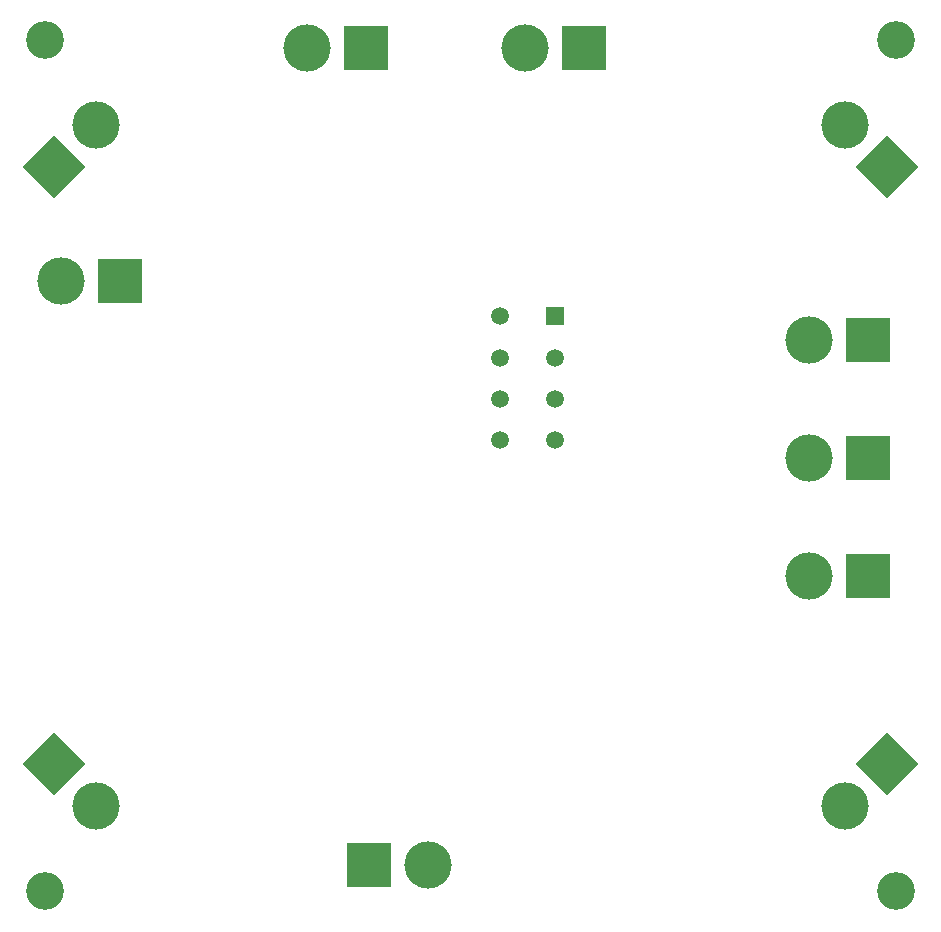
<source format=gbs>
%TF.GenerationSoftware,KiCad,Pcbnew,7.0.1*%
%TF.CreationDate,2024-03-23T22:37:20-05:00*%
%TF.ProjectId,Chassis,43686173-7369-4732-9e6b-696361645f70,rev?*%
%TF.SameCoordinates,Original*%
%TF.FileFunction,Soldermask,Bot*%
%TF.FilePolarity,Negative*%
%FSLAX46Y46*%
G04 Gerber Fmt 4.6, Leading zero omitted, Abs format (unit mm)*
G04 Created by KiCad (PCBNEW 7.0.1) date 2024-03-23 22:37:20*
%MOMM*%
%LPD*%
G01*
G04 APERTURE LIST*
G04 Aperture macros list*
%AMRotRect*
0 Rectangle, with rotation*
0 The origin of the aperture is its center*
0 $1 length*
0 $2 width*
0 $3 Rotation angle, in degrees counterclockwise*
0 Add horizontal line*
21,1,$1,$2,0,0,$3*%
G04 Aperture macros list end*
%ADD10R,3.800000X3.800000*%
%ADD11C,4.000000*%
%ADD12RotRect,3.800000X3.800000X315.000000*%
%ADD13RotRect,3.800000X3.800000X135.000000*%
%ADD14C,3.200000*%
%ADD15R,1.520000X1.520000*%
%ADD16C,1.520000*%
%ADD17RotRect,3.800000X3.800000X45.000000*%
%ADD18RotRect,3.800000X3.800000X225.000000*%
G04 APERTURE END LIST*
D10*
X58700000Y-49750000D03*
D11*
X53700000Y-49750000D03*
D10*
X79750000Y-99250000D03*
D11*
X84750000Y-99250000D03*
D12*
X53106466Y-90698466D03*
D11*
X56642000Y-94234000D03*
D13*
X123587534Y-40101534D03*
D11*
X120052000Y-36566000D03*
D14*
X124347000Y-29400000D03*
X52347000Y-101400000D03*
D15*
X95489998Y-52754000D03*
D16*
X95489998Y-56254001D03*
X95489998Y-59754001D03*
X95489998Y-63254002D03*
X90889997Y-52754000D03*
X90889997Y-56254001D03*
X90889997Y-59754001D03*
X90889997Y-63254002D03*
D17*
X53106466Y-40101534D03*
D11*
X56642000Y-36566000D03*
D10*
X122000000Y-74750000D03*
D11*
X117000000Y-74750000D03*
D10*
X122000000Y-64750000D03*
D11*
X117000000Y-64750000D03*
D18*
X123587534Y-90698466D03*
D11*
X120052000Y-94234000D03*
D10*
X122000000Y-54750000D03*
D11*
X117000000Y-54750000D03*
D14*
X52347000Y-29400000D03*
X124347000Y-101400000D03*
D10*
X98000000Y-30000000D03*
D11*
X93000000Y-30000000D03*
D10*
X79500000Y-30000000D03*
D11*
X74500000Y-30000000D03*
M02*

</source>
